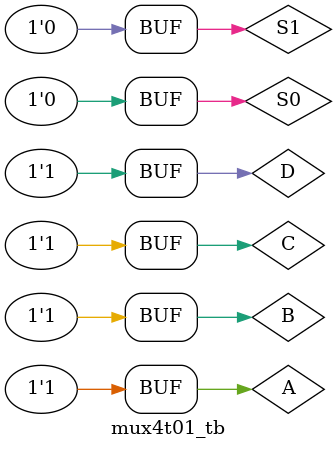
<source format=v>
module mux4t01_tb();
reg A,B,C,D,S0,S1;
wire F;
mux4to1 MUX41(A,B,C,D,S0,S1,F);
initial
begin
#5 A=0;B=0;C=0;D=0;S0=1;S1=0;
#5 A=0;B=1;C=0;D=1;S0=1;S1=1;
#5 A=1;B=0;C=1;D=1;S0=0;S1=1;
#5 A=1;B=1;C=1;D=1;S0=0;S1=0;
end
endmodule

</source>
